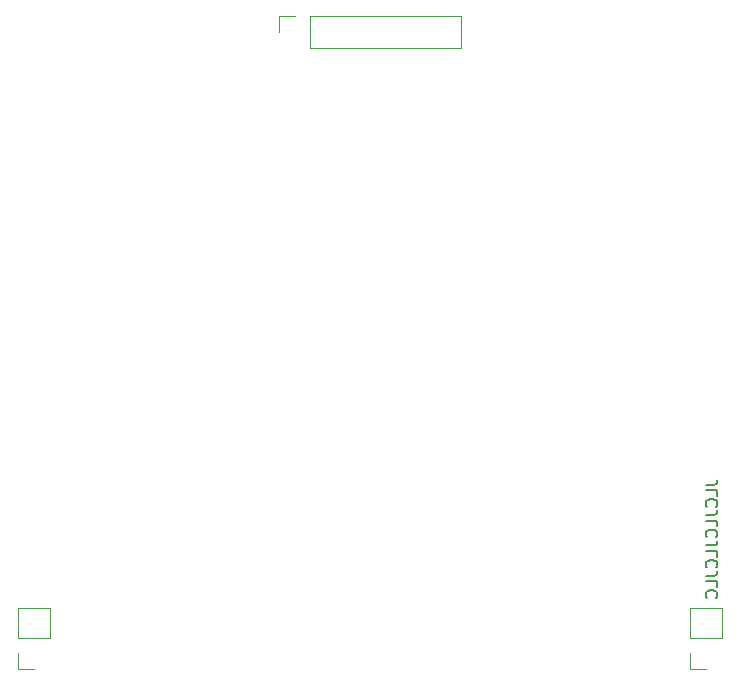
<source format=gbr>
%TF.GenerationSoftware,KiCad,Pcbnew,(6.0.0-0)*%
%TF.CreationDate,2022-10-19T22:54:39-04:00*%
%TF.ProjectId,CLOCK,434c4f43-4b2e-46b6-9963-61645f706362,rev?*%
%TF.SameCoordinates,Original*%
%TF.FileFunction,Legend,Bot*%
%TF.FilePolarity,Positive*%
%FSLAX46Y46*%
G04 Gerber Fmt 4.6, Leading zero omitted, Abs format (unit mm)*
G04 Created by KiCad (PCBNEW (6.0.0-0)) date 2022-10-19 22:54:39*
%MOMM*%
%LPD*%
G01*
G04 APERTURE LIST*
%ADD10C,0.150000*%
%ADD11C,0.120000*%
G04 APERTURE END LIST*
D10*
X138644380Y-120602952D02*
X139358666Y-120602952D01*
X139501523Y-120555333D01*
X139596761Y-120460095D01*
X139644380Y-120317238D01*
X139644380Y-120222000D01*
X139644380Y-121555333D02*
X139644380Y-121079142D01*
X138644380Y-121079142D01*
X139549142Y-122460095D02*
X139596761Y-122412476D01*
X139644380Y-122269619D01*
X139644380Y-122174380D01*
X139596761Y-122031523D01*
X139501523Y-121936285D01*
X139406285Y-121888666D01*
X139215809Y-121841047D01*
X139072952Y-121841047D01*
X138882476Y-121888666D01*
X138787238Y-121936285D01*
X138692000Y-122031523D01*
X138644380Y-122174380D01*
X138644380Y-122269619D01*
X138692000Y-122412476D01*
X138739619Y-122460095D01*
X138644380Y-123174380D02*
X139358666Y-123174380D01*
X139501523Y-123126761D01*
X139596761Y-123031523D01*
X139644380Y-122888666D01*
X139644380Y-122793428D01*
X139644380Y-124126761D02*
X139644380Y-123650571D01*
X138644380Y-123650571D01*
X139549142Y-125031523D02*
X139596761Y-124983904D01*
X139644380Y-124841047D01*
X139644380Y-124745809D01*
X139596761Y-124602952D01*
X139501523Y-124507714D01*
X139406285Y-124460095D01*
X139215809Y-124412476D01*
X139072952Y-124412476D01*
X138882476Y-124460095D01*
X138787238Y-124507714D01*
X138692000Y-124602952D01*
X138644380Y-124745809D01*
X138644380Y-124841047D01*
X138692000Y-124983904D01*
X138739619Y-125031523D01*
X138644380Y-125745809D02*
X139358666Y-125745809D01*
X139501523Y-125698190D01*
X139596761Y-125602952D01*
X139644380Y-125460095D01*
X139644380Y-125364857D01*
X139644380Y-126698190D02*
X139644380Y-126222000D01*
X138644380Y-126222000D01*
X139549142Y-127602952D02*
X139596761Y-127555333D01*
X139644380Y-127412476D01*
X139644380Y-127317238D01*
X139596761Y-127174380D01*
X139501523Y-127079142D01*
X139406285Y-127031523D01*
X139215809Y-126983904D01*
X139072952Y-126983904D01*
X138882476Y-127031523D01*
X138787238Y-127079142D01*
X138692000Y-127174380D01*
X138644380Y-127317238D01*
X138644380Y-127412476D01*
X138692000Y-127555333D01*
X138739619Y-127602952D01*
X138644380Y-128317238D02*
X139358666Y-128317238D01*
X139501523Y-128269619D01*
X139596761Y-128174380D01*
X139644380Y-128031523D01*
X139644380Y-127936285D01*
X139644380Y-129269619D02*
X139644380Y-128793428D01*
X138644380Y-128793428D01*
X139549142Y-130174380D02*
X139596761Y-130126761D01*
X139644380Y-129983904D01*
X139644380Y-129888666D01*
X139596761Y-129745809D01*
X139501523Y-129650571D01*
X139406285Y-129602952D01*
X139215809Y-129555333D01*
X139072952Y-129555333D01*
X138882476Y-129602952D01*
X138787238Y-129650571D01*
X138692000Y-129745809D01*
X138644380Y-129888666D01*
X138644380Y-129983904D01*
X138692000Y-130126761D01*
X138739619Y-130174380D01*
D11*
%TO.C,J3*%
X80458000Y-131009000D02*
X83118000Y-131009000D01*
X80458000Y-134879000D02*
X80458000Y-136209000D01*
X80458000Y-133609000D02*
X80458000Y-131009000D01*
X83118000Y-133609000D02*
X83118000Y-131009000D01*
X80458000Y-136209000D02*
X81788000Y-136209000D01*
X80458000Y-133609000D02*
X83118000Y-133609000D01*
%TO.C,J2*%
X137354000Y-134879000D02*
X137354000Y-136209000D01*
X140014000Y-133609000D02*
X140014000Y-131009000D01*
X137354000Y-131009000D02*
X140014000Y-131009000D01*
X137354000Y-133609000D02*
X137354000Y-131009000D01*
X137354000Y-133609000D02*
X140014000Y-133609000D01*
X137354000Y-136209000D02*
X138684000Y-136209000D01*
%TO.C,J1*%
X105156000Y-80966000D02*
X105156000Y-83626000D01*
X105156000Y-83626000D02*
X117916000Y-83626000D01*
X105156000Y-80966000D02*
X117916000Y-80966000D01*
X102556000Y-80966000D02*
X102556000Y-82296000D01*
X117916000Y-80966000D02*
X117916000Y-83626000D01*
X103886000Y-80966000D02*
X102556000Y-80966000D01*
%TD*%
M02*

</source>
